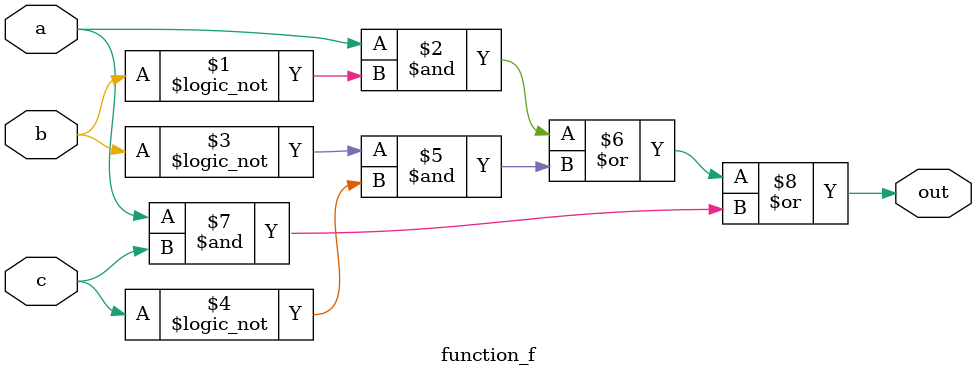
<source format=v>
module function_f(out, a, b, c);
output out;
input a, b, c;

assign out = (a&(!b)) | ((!b)&(!c)) | (a&c);
endmodule

</source>
